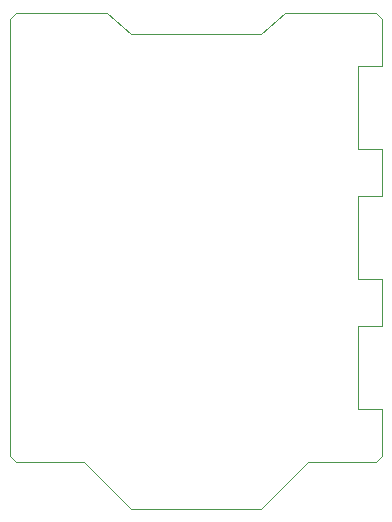
<source format=gbr>
%TF.GenerationSoftware,KiCad,Pcbnew,7.0.1*%
%TF.CreationDate,2024-04-01T23:51:06+01:00*%
%TF.ProjectId,Hardware,48617264-7761-4726-952e-6b696361645f,rev?*%
%TF.SameCoordinates,Original*%
%TF.FileFunction,Profile,NP*%
%FSLAX46Y46*%
G04 Gerber Fmt 4.6, Leading zero omitted, Abs format (unit mm)*
G04 Created by KiCad (PCBNEW 7.0.1) date 2024-04-01 23:51:06*
%MOMM*%
%LPD*%
G01*
G04 APERTURE LIST*
%TA.AperFunction,Profile*%
%ADD10C,0.100000*%
%TD*%
G04 APERTURE END LIST*
D10*
X208500000Y-95750000D02*
X210500000Y-95750000D01*
X208500000Y-73750000D02*
X210500000Y-73750000D01*
X210000000Y-62250000D02*
X210500000Y-62750000D01*
X185250000Y-100250000D02*
X189250000Y-104250000D01*
X187250000Y-62250000D02*
X179500000Y-62250000D01*
X208500000Y-84750000D02*
X210500000Y-84750000D01*
X210000000Y-100250000D02*
X210500000Y-99750000D01*
X189250000Y-64000000D02*
X200250000Y-64000000D01*
X202250000Y-62250000D02*
X210000000Y-62250000D01*
X200250000Y-64000000D02*
X202250000Y-62250000D01*
X200250000Y-104250000D02*
X204250000Y-100250000D01*
X208500000Y-88750000D02*
X208500000Y-95750000D01*
X210500000Y-62750000D02*
X210500000Y-66750000D01*
X208500000Y-66750000D02*
X208500000Y-73750000D01*
X208500000Y-77750000D02*
X208500000Y-84750000D01*
X189250000Y-104250000D02*
X200250000Y-104250000D01*
X208500000Y-77750000D02*
X210500000Y-77750000D01*
X210500000Y-95750000D02*
X210500000Y-99750000D01*
X210500000Y-84750000D02*
X210500000Y-88750000D01*
X189250000Y-64000000D02*
X187250000Y-62250000D01*
X208500000Y-66750000D02*
X210500000Y-66750000D01*
X179000000Y-99750000D02*
X179000000Y-62750000D01*
X208500000Y-88750000D02*
X210500000Y-88750000D01*
X179000000Y-62750000D02*
X179500000Y-62250000D01*
X204250000Y-100250000D02*
X210000000Y-100250000D01*
X210500000Y-73750000D02*
X210500000Y-77750000D01*
X185250000Y-100250000D02*
X179500000Y-100250000D01*
X179000000Y-99750000D02*
X179500000Y-100250000D01*
M02*

</source>
